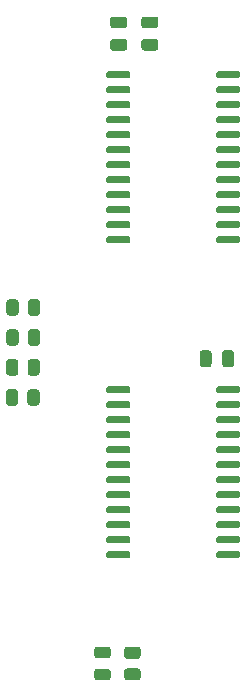
<source format=gtp>
G04 #@! TF.GenerationSoftware,KiCad,Pcbnew,6.0.6-3a73a75311~116~ubuntu22.04.1*
G04 #@! TF.CreationDate,2022-06-23T20:47:55-04:00*
G04 #@! TF.ProjectId,switch_mux_breakout,73776974-6368-45f6-9d75-785f62726561,0*
G04 #@! TF.SameCoordinates,Original*
G04 #@! TF.FileFunction,Paste,Top*
G04 #@! TF.FilePolarity,Positive*
%FSLAX46Y46*%
G04 Gerber Fmt 4.6, Leading zero omitted, Abs format (unit mm)*
G04 Created by KiCad (PCBNEW 6.0.6-3a73a75311~116~ubuntu22.04.1) date 2022-06-23 20:47:55*
%MOMM*%
%LPD*%
G01*
G04 APERTURE LIST*
G04 APERTURE END LIST*
G36*
G01*
X135552201Y-77330001D02*
X134602201Y-77330001D01*
G75*
G02*
X134352201Y-77080001I0J250000D01*
G01*
X134352201Y-76580001D01*
G75*
G02*
X134602201Y-76330001I250000J0D01*
G01*
X135552201Y-76330001D01*
G75*
G02*
X135802201Y-76580001I0J-250000D01*
G01*
X135802201Y-77080001D01*
G75*
G02*
X135552201Y-77330001I-250000J0D01*
G01*
G37*
G36*
G01*
X135552201Y-75430001D02*
X134602201Y-75430001D01*
G75*
G02*
X134352201Y-75180001I0J250000D01*
G01*
X134352201Y-74680001D01*
G75*
G02*
X134602201Y-74430001I250000J0D01*
G01*
X135552201Y-74430001D01*
G75*
G02*
X135802201Y-74680001I0J-250000D01*
G01*
X135802201Y-75180001D01*
G75*
G02*
X135552201Y-75430001I-250000J0D01*
G01*
G37*
G36*
G01*
X134161851Y-130634801D02*
X133249351Y-130634801D01*
G75*
G02*
X133005601Y-130391051I0J243750D01*
G01*
X133005601Y-129903551D01*
G75*
G02*
X133249351Y-129659801I243750J0D01*
G01*
X134161851Y-129659801D01*
G75*
G02*
X134405601Y-129903551I0J-243750D01*
G01*
X134405601Y-130391051D01*
G75*
G02*
X134161851Y-130634801I-243750J0D01*
G01*
G37*
G36*
G01*
X134161851Y-128759801D02*
X133249351Y-128759801D01*
G75*
G02*
X133005601Y-128516051I0J243750D01*
G01*
X133005601Y-128028551D01*
G75*
G02*
X133249351Y-127784801I243750J0D01*
G01*
X134161851Y-127784801D01*
G75*
G02*
X134405601Y-128028551I0J-243750D01*
G01*
X134405601Y-128516051D01*
G75*
G02*
X134161851Y-128759801I-243750J0D01*
G01*
G37*
G36*
G01*
X128425001Y-98610001D02*
X128425001Y-99510001D01*
G75*
G02*
X128175001Y-99760001I-250000J0D01*
G01*
X127650001Y-99760001D01*
G75*
G02*
X127400001Y-99510001I0J250000D01*
G01*
X127400001Y-98610001D01*
G75*
G02*
X127650001Y-98360001I250000J0D01*
G01*
X128175001Y-98360001D01*
G75*
G02*
X128425001Y-98610001I0J-250000D01*
G01*
G37*
G36*
G01*
X126600001Y-98610001D02*
X126600001Y-99510001D01*
G75*
G02*
X126350001Y-99760001I-250000J0D01*
G01*
X125825001Y-99760001D01*
G75*
G02*
X125575001Y-99510001I0J250000D01*
G01*
X125575001Y-98610001D01*
G75*
G02*
X125825001Y-98360001I250000J0D01*
G01*
X126350001Y-98360001D01*
G75*
G02*
X126600001Y-98610001I0J-250000D01*
G01*
G37*
G36*
G01*
X134025001Y-106195001D02*
X134025001Y-105895001D01*
G75*
G02*
X134175001Y-105745001I150000J0D01*
G01*
X135925001Y-105745001D01*
G75*
G02*
X136075001Y-105895001I0J-150000D01*
G01*
X136075001Y-106195001D01*
G75*
G02*
X135925001Y-106345001I-150000J0D01*
G01*
X134175001Y-106345001D01*
G75*
G02*
X134025001Y-106195001I0J150000D01*
G01*
G37*
G36*
G01*
X134025001Y-107465001D02*
X134025001Y-107165001D01*
G75*
G02*
X134175001Y-107015001I150000J0D01*
G01*
X135925001Y-107015001D01*
G75*
G02*
X136075001Y-107165001I0J-150000D01*
G01*
X136075001Y-107465001D01*
G75*
G02*
X135925001Y-107615001I-150000J0D01*
G01*
X134175001Y-107615001D01*
G75*
G02*
X134025001Y-107465001I0J150000D01*
G01*
G37*
G36*
G01*
X134025001Y-108735001D02*
X134025001Y-108435001D01*
G75*
G02*
X134175001Y-108285001I150000J0D01*
G01*
X135925001Y-108285001D01*
G75*
G02*
X136075001Y-108435001I0J-150000D01*
G01*
X136075001Y-108735001D01*
G75*
G02*
X135925001Y-108885001I-150000J0D01*
G01*
X134175001Y-108885001D01*
G75*
G02*
X134025001Y-108735001I0J150000D01*
G01*
G37*
G36*
G01*
X134025001Y-110005001D02*
X134025001Y-109705001D01*
G75*
G02*
X134175001Y-109555001I150000J0D01*
G01*
X135925001Y-109555001D01*
G75*
G02*
X136075001Y-109705001I0J-150000D01*
G01*
X136075001Y-110005001D01*
G75*
G02*
X135925001Y-110155001I-150000J0D01*
G01*
X134175001Y-110155001D01*
G75*
G02*
X134025001Y-110005001I0J150000D01*
G01*
G37*
G36*
G01*
X134025001Y-111275001D02*
X134025001Y-110975001D01*
G75*
G02*
X134175001Y-110825001I150000J0D01*
G01*
X135925001Y-110825001D01*
G75*
G02*
X136075001Y-110975001I0J-150000D01*
G01*
X136075001Y-111275001D01*
G75*
G02*
X135925001Y-111425001I-150000J0D01*
G01*
X134175001Y-111425001D01*
G75*
G02*
X134025001Y-111275001I0J150000D01*
G01*
G37*
G36*
G01*
X134025001Y-112545001D02*
X134025001Y-112245001D01*
G75*
G02*
X134175001Y-112095001I150000J0D01*
G01*
X135925001Y-112095001D01*
G75*
G02*
X136075001Y-112245001I0J-150000D01*
G01*
X136075001Y-112545001D01*
G75*
G02*
X135925001Y-112695001I-150000J0D01*
G01*
X134175001Y-112695001D01*
G75*
G02*
X134025001Y-112545001I0J150000D01*
G01*
G37*
G36*
G01*
X134025001Y-113815001D02*
X134025001Y-113515001D01*
G75*
G02*
X134175001Y-113365001I150000J0D01*
G01*
X135925001Y-113365001D01*
G75*
G02*
X136075001Y-113515001I0J-150000D01*
G01*
X136075001Y-113815001D01*
G75*
G02*
X135925001Y-113965001I-150000J0D01*
G01*
X134175001Y-113965001D01*
G75*
G02*
X134025001Y-113815001I0J150000D01*
G01*
G37*
G36*
G01*
X134025001Y-115085001D02*
X134025001Y-114785001D01*
G75*
G02*
X134175001Y-114635001I150000J0D01*
G01*
X135925001Y-114635001D01*
G75*
G02*
X136075001Y-114785001I0J-150000D01*
G01*
X136075001Y-115085001D01*
G75*
G02*
X135925001Y-115235001I-150000J0D01*
G01*
X134175001Y-115235001D01*
G75*
G02*
X134025001Y-115085001I0J150000D01*
G01*
G37*
G36*
G01*
X134025001Y-116355001D02*
X134025001Y-116055001D01*
G75*
G02*
X134175001Y-115905001I150000J0D01*
G01*
X135925001Y-115905001D01*
G75*
G02*
X136075001Y-116055001I0J-150000D01*
G01*
X136075001Y-116355001D01*
G75*
G02*
X135925001Y-116505001I-150000J0D01*
G01*
X134175001Y-116505001D01*
G75*
G02*
X134025001Y-116355001I0J150000D01*
G01*
G37*
G36*
G01*
X134025001Y-117625001D02*
X134025001Y-117325001D01*
G75*
G02*
X134175001Y-117175001I150000J0D01*
G01*
X135925001Y-117175001D01*
G75*
G02*
X136075001Y-117325001I0J-150000D01*
G01*
X136075001Y-117625001D01*
G75*
G02*
X135925001Y-117775001I-150000J0D01*
G01*
X134175001Y-117775001D01*
G75*
G02*
X134025001Y-117625001I0J150000D01*
G01*
G37*
G36*
G01*
X134025001Y-118895001D02*
X134025001Y-118595001D01*
G75*
G02*
X134175001Y-118445001I150000J0D01*
G01*
X135925001Y-118445001D01*
G75*
G02*
X136075001Y-118595001I0J-150000D01*
G01*
X136075001Y-118895001D01*
G75*
G02*
X135925001Y-119045001I-150000J0D01*
G01*
X134175001Y-119045001D01*
G75*
G02*
X134025001Y-118895001I0J150000D01*
G01*
G37*
G36*
G01*
X134025001Y-120165001D02*
X134025001Y-119865001D01*
G75*
G02*
X134175001Y-119715001I150000J0D01*
G01*
X135925001Y-119715001D01*
G75*
G02*
X136075001Y-119865001I0J-150000D01*
G01*
X136075001Y-120165001D01*
G75*
G02*
X135925001Y-120315001I-150000J0D01*
G01*
X134175001Y-120315001D01*
G75*
G02*
X134025001Y-120165001I0J150000D01*
G01*
G37*
G36*
G01*
X143325001Y-120165001D02*
X143325001Y-119865001D01*
G75*
G02*
X143475001Y-119715001I150000J0D01*
G01*
X145225001Y-119715001D01*
G75*
G02*
X145375001Y-119865001I0J-150000D01*
G01*
X145375001Y-120165001D01*
G75*
G02*
X145225001Y-120315001I-150000J0D01*
G01*
X143475001Y-120315001D01*
G75*
G02*
X143325001Y-120165001I0J150000D01*
G01*
G37*
G36*
G01*
X143325001Y-118895001D02*
X143325001Y-118595001D01*
G75*
G02*
X143475001Y-118445001I150000J0D01*
G01*
X145225001Y-118445001D01*
G75*
G02*
X145375001Y-118595001I0J-150000D01*
G01*
X145375001Y-118895001D01*
G75*
G02*
X145225001Y-119045001I-150000J0D01*
G01*
X143475001Y-119045001D01*
G75*
G02*
X143325001Y-118895001I0J150000D01*
G01*
G37*
G36*
G01*
X143325001Y-117625001D02*
X143325001Y-117325001D01*
G75*
G02*
X143475001Y-117175001I150000J0D01*
G01*
X145225001Y-117175001D01*
G75*
G02*
X145375001Y-117325001I0J-150000D01*
G01*
X145375001Y-117625001D01*
G75*
G02*
X145225001Y-117775001I-150000J0D01*
G01*
X143475001Y-117775001D01*
G75*
G02*
X143325001Y-117625001I0J150000D01*
G01*
G37*
G36*
G01*
X143325001Y-116355001D02*
X143325001Y-116055001D01*
G75*
G02*
X143475001Y-115905001I150000J0D01*
G01*
X145225001Y-115905001D01*
G75*
G02*
X145375001Y-116055001I0J-150000D01*
G01*
X145375001Y-116355001D01*
G75*
G02*
X145225001Y-116505001I-150000J0D01*
G01*
X143475001Y-116505001D01*
G75*
G02*
X143325001Y-116355001I0J150000D01*
G01*
G37*
G36*
G01*
X143325001Y-115085001D02*
X143325001Y-114785001D01*
G75*
G02*
X143475001Y-114635001I150000J0D01*
G01*
X145225001Y-114635001D01*
G75*
G02*
X145375001Y-114785001I0J-150000D01*
G01*
X145375001Y-115085001D01*
G75*
G02*
X145225001Y-115235001I-150000J0D01*
G01*
X143475001Y-115235001D01*
G75*
G02*
X143325001Y-115085001I0J150000D01*
G01*
G37*
G36*
G01*
X143325001Y-113815001D02*
X143325001Y-113515001D01*
G75*
G02*
X143475001Y-113365001I150000J0D01*
G01*
X145225001Y-113365001D01*
G75*
G02*
X145375001Y-113515001I0J-150000D01*
G01*
X145375001Y-113815001D01*
G75*
G02*
X145225001Y-113965001I-150000J0D01*
G01*
X143475001Y-113965001D01*
G75*
G02*
X143325001Y-113815001I0J150000D01*
G01*
G37*
G36*
G01*
X143325001Y-112545001D02*
X143325001Y-112245001D01*
G75*
G02*
X143475001Y-112095001I150000J0D01*
G01*
X145225001Y-112095001D01*
G75*
G02*
X145375001Y-112245001I0J-150000D01*
G01*
X145375001Y-112545001D01*
G75*
G02*
X145225001Y-112695001I-150000J0D01*
G01*
X143475001Y-112695001D01*
G75*
G02*
X143325001Y-112545001I0J150000D01*
G01*
G37*
G36*
G01*
X143325001Y-111275001D02*
X143325001Y-110975001D01*
G75*
G02*
X143475001Y-110825001I150000J0D01*
G01*
X145225001Y-110825001D01*
G75*
G02*
X145375001Y-110975001I0J-150000D01*
G01*
X145375001Y-111275001D01*
G75*
G02*
X145225001Y-111425001I-150000J0D01*
G01*
X143475001Y-111425001D01*
G75*
G02*
X143325001Y-111275001I0J150000D01*
G01*
G37*
G36*
G01*
X143325001Y-110005001D02*
X143325001Y-109705001D01*
G75*
G02*
X143475001Y-109555001I150000J0D01*
G01*
X145225001Y-109555001D01*
G75*
G02*
X145375001Y-109705001I0J-150000D01*
G01*
X145375001Y-110005001D01*
G75*
G02*
X145225001Y-110155001I-150000J0D01*
G01*
X143475001Y-110155001D01*
G75*
G02*
X143325001Y-110005001I0J150000D01*
G01*
G37*
G36*
G01*
X143325001Y-108735001D02*
X143325001Y-108435001D01*
G75*
G02*
X143475001Y-108285001I150000J0D01*
G01*
X145225001Y-108285001D01*
G75*
G02*
X145375001Y-108435001I0J-150000D01*
G01*
X145375001Y-108735001D01*
G75*
G02*
X145225001Y-108885001I-150000J0D01*
G01*
X143475001Y-108885001D01*
G75*
G02*
X143325001Y-108735001I0J150000D01*
G01*
G37*
G36*
G01*
X143325001Y-107465001D02*
X143325001Y-107165001D01*
G75*
G02*
X143475001Y-107015001I150000J0D01*
G01*
X145225001Y-107015001D01*
G75*
G02*
X145375001Y-107165001I0J-150000D01*
G01*
X145375001Y-107465001D01*
G75*
G02*
X145225001Y-107615001I-150000J0D01*
G01*
X143475001Y-107615001D01*
G75*
G02*
X143325001Y-107465001I0J150000D01*
G01*
G37*
G36*
G01*
X143325001Y-106195001D02*
X143325001Y-105895001D01*
G75*
G02*
X143475001Y-105745001I150000J0D01*
G01*
X145225001Y-105745001D01*
G75*
G02*
X145375001Y-105895001I0J-150000D01*
G01*
X145375001Y-106195001D01*
G75*
G02*
X145225001Y-106345001I-150000J0D01*
G01*
X143475001Y-106345001D01*
G75*
G02*
X143325001Y-106195001I0J150000D01*
G01*
G37*
G36*
G01*
X128425001Y-101150001D02*
X128425001Y-102050001D01*
G75*
G02*
X128175001Y-102300001I-250000J0D01*
G01*
X127650001Y-102300001D01*
G75*
G02*
X127400001Y-102050001I0J250000D01*
G01*
X127400001Y-101150001D01*
G75*
G02*
X127650001Y-100900001I250000J0D01*
G01*
X128175001Y-100900001D01*
G75*
G02*
X128425001Y-101150001I0J-250000D01*
G01*
G37*
G36*
G01*
X126600001Y-101150001D02*
X126600001Y-102050001D01*
G75*
G02*
X126350001Y-102300001I-250000J0D01*
G01*
X125825001Y-102300001D01*
G75*
G02*
X125575001Y-102050001I0J250000D01*
G01*
X125575001Y-101150001D01*
G75*
G02*
X125825001Y-100900001I250000J0D01*
G01*
X126350001Y-100900001D01*
G75*
G02*
X126600001Y-101150001I0J-250000D01*
G01*
G37*
G36*
G01*
X144843201Y-102928401D02*
X144843201Y-103878401D01*
G75*
G02*
X144593201Y-104128401I-250000J0D01*
G01*
X144093201Y-104128401D01*
G75*
G02*
X143843201Y-103878401I0J250000D01*
G01*
X143843201Y-102928401D01*
G75*
G02*
X144093201Y-102678401I250000J0D01*
G01*
X144593201Y-102678401D01*
G75*
G02*
X144843201Y-102928401I0J-250000D01*
G01*
G37*
G36*
G01*
X142943201Y-102928401D02*
X142943201Y-103878401D01*
G75*
G02*
X142693201Y-104128401I-250000J0D01*
G01*
X142193201Y-104128401D01*
G75*
G02*
X141943201Y-103878401I0J250000D01*
G01*
X141943201Y-102928401D01*
G75*
G02*
X142193201Y-102678401I250000J0D01*
G01*
X142693201Y-102678401D01*
G75*
G02*
X142943201Y-102928401I0J-250000D01*
G01*
G37*
G36*
G01*
X135795601Y-127787101D02*
X136695601Y-127787101D01*
G75*
G02*
X136945601Y-128037101I0J-250000D01*
G01*
X136945601Y-128562101D01*
G75*
G02*
X136695601Y-128812101I-250000J0D01*
G01*
X135795601Y-128812101D01*
G75*
G02*
X135545601Y-128562101I0J250000D01*
G01*
X135545601Y-128037101D01*
G75*
G02*
X135795601Y-127787101I250000J0D01*
G01*
G37*
G36*
G01*
X135795601Y-129612101D02*
X136695601Y-129612101D01*
G75*
G02*
X136945601Y-129862101I0J-250000D01*
G01*
X136945601Y-130387101D01*
G75*
G02*
X136695601Y-130637101I-250000J0D01*
G01*
X135795601Y-130637101D01*
G75*
G02*
X135545601Y-130387101I0J250000D01*
G01*
X135545601Y-129862101D01*
G75*
G02*
X135795601Y-129612101I250000J0D01*
G01*
G37*
G36*
G01*
X128378001Y-106230001D02*
X128378001Y-107130001D01*
G75*
G02*
X128128001Y-107380001I-250000J0D01*
G01*
X127603001Y-107380001D01*
G75*
G02*
X127353001Y-107130001I0J250000D01*
G01*
X127353001Y-106230001D01*
G75*
G02*
X127603001Y-105980001I250000J0D01*
G01*
X128128001Y-105980001D01*
G75*
G02*
X128378001Y-106230001I0J-250000D01*
G01*
G37*
G36*
G01*
X126553001Y-106230001D02*
X126553001Y-107130001D01*
G75*
G02*
X126303001Y-107380001I-250000J0D01*
G01*
X125778001Y-107380001D01*
G75*
G02*
X125528001Y-107130001I0J250000D01*
G01*
X125528001Y-106230001D01*
G75*
G02*
X125778001Y-105980001I250000J0D01*
G01*
X126303001Y-105980001D01*
G75*
G02*
X126553001Y-106230001I0J-250000D01*
G01*
G37*
G36*
G01*
X138193801Y-77330001D02*
X137243801Y-77330001D01*
G75*
G02*
X136993801Y-77080001I0J250000D01*
G01*
X136993801Y-76580001D01*
G75*
G02*
X137243801Y-76330001I250000J0D01*
G01*
X138193801Y-76330001D01*
G75*
G02*
X138443801Y-76580001I0J-250000D01*
G01*
X138443801Y-77080001D01*
G75*
G02*
X138193801Y-77330001I-250000J0D01*
G01*
G37*
G36*
G01*
X138193801Y-75430001D02*
X137243801Y-75430001D01*
G75*
G02*
X136993801Y-75180001I0J250000D01*
G01*
X136993801Y-74680001D01*
G75*
G02*
X137243801Y-74430001I250000J0D01*
G01*
X138193801Y-74430001D01*
G75*
G02*
X138443801Y-74680001I0J-250000D01*
G01*
X138443801Y-75180001D01*
G75*
G02*
X138193801Y-75430001I-250000J0D01*
G01*
G37*
G36*
G01*
X128401501Y-103690001D02*
X128401501Y-104590001D01*
G75*
G02*
X128151501Y-104840001I-250000J0D01*
G01*
X127626501Y-104840001D01*
G75*
G02*
X127376501Y-104590001I0J250000D01*
G01*
X127376501Y-103690001D01*
G75*
G02*
X127626501Y-103440001I250000J0D01*
G01*
X128151501Y-103440001D01*
G75*
G02*
X128401501Y-103690001I0J-250000D01*
G01*
G37*
G36*
G01*
X126576501Y-103690001D02*
X126576501Y-104590001D01*
G75*
G02*
X126326501Y-104840001I-250000J0D01*
G01*
X125801501Y-104840001D01*
G75*
G02*
X125551501Y-104590001I0J250000D01*
G01*
X125551501Y-103690001D01*
G75*
G02*
X125801501Y-103440001I250000J0D01*
G01*
X126326501Y-103440001D01*
G75*
G02*
X126576501Y-103690001I0J-250000D01*
G01*
G37*
G36*
G01*
X134025001Y-79525001D02*
X134025001Y-79225001D01*
G75*
G02*
X134175001Y-79075001I150000J0D01*
G01*
X135925001Y-79075001D01*
G75*
G02*
X136075001Y-79225001I0J-150000D01*
G01*
X136075001Y-79525001D01*
G75*
G02*
X135925001Y-79675001I-150000J0D01*
G01*
X134175001Y-79675001D01*
G75*
G02*
X134025001Y-79525001I0J150000D01*
G01*
G37*
G36*
G01*
X134025001Y-80795001D02*
X134025001Y-80495001D01*
G75*
G02*
X134175001Y-80345001I150000J0D01*
G01*
X135925001Y-80345001D01*
G75*
G02*
X136075001Y-80495001I0J-150000D01*
G01*
X136075001Y-80795001D01*
G75*
G02*
X135925001Y-80945001I-150000J0D01*
G01*
X134175001Y-80945001D01*
G75*
G02*
X134025001Y-80795001I0J150000D01*
G01*
G37*
G36*
G01*
X134025001Y-82065001D02*
X134025001Y-81765001D01*
G75*
G02*
X134175001Y-81615001I150000J0D01*
G01*
X135925001Y-81615001D01*
G75*
G02*
X136075001Y-81765001I0J-150000D01*
G01*
X136075001Y-82065001D01*
G75*
G02*
X135925001Y-82215001I-150000J0D01*
G01*
X134175001Y-82215001D01*
G75*
G02*
X134025001Y-82065001I0J150000D01*
G01*
G37*
G36*
G01*
X134025001Y-83335001D02*
X134025001Y-83035001D01*
G75*
G02*
X134175001Y-82885001I150000J0D01*
G01*
X135925001Y-82885001D01*
G75*
G02*
X136075001Y-83035001I0J-150000D01*
G01*
X136075001Y-83335001D01*
G75*
G02*
X135925001Y-83485001I-150000J0D01*
G01*
X134175001Y-83485001D01*
G75*
G02*
X134025001Y-83335001I0J150000D01*
G01*
G37*
G36*
G01*
X134025001Y-84605001D02*
X134025001Y-84305001D01*
G75*
G02*
X134175001Y-84155001I150000J0D01*
G01*
X135925001Y-84155001D01*
G75*
G02*
X136075001Y-84305001I0J-150000D01*
G01*
X136075001Y-84605001D01*
G75*
G02*
X135925001Y-84755001I-150000J0D01*
G01*
X134175001Y-84755001D01*
G75*
G02*
X134025001Y-84605001I0J150000D01*
G01*
G37*
G36*
G01*
X134025001Y-85875001D02*
X134025001Y-85575001D01*
G75*
G02*
X134175001Y-85425001I150000J0D01*
G01*
X135925001Y-85425001D01*
G75*
G02*
X136075001Y-85575001I0J-150000D01*
G01*
X136075001Y-85875001D01*
G75*
G02*
X135925001Y-86025001I-150000J0D01*
G01*
X134175001Y-86025001D01*
G75*
G02*
X134025001Y-85875001I0J150000D01*
G01*
G37*
G36*
G01*
X134025001Y-87145001D02*
X134025001Y-86845001D01*
G75*
G02*
X134175001Y-86695001I150000J0D01*
G01*
X135925001Y-86695001D01*
G75*
G02*
X136075001Y-86845001I0J-150000D01*
G01*
X136075001Y-87145001D01*
G75*
G02*
X135925001Y-87295001I-150000J0D01*
G01*
X134175001Y-87295001D01*
G75*
G02*
X134025001Y-87145001I0J150000D01*
G01*
G37*
G36*
G01*
X134025001Y-88415001D02*
X134025001Y-88115001D01*
G75*
G02*
X134175001Y-87965001I150000J0D01*
G01*
X135925001Y-87965001D01*
G75*
G02*
X136075001Y-88115001I0J-150000D01*
G01*
X136075001Y-88415001D01*
G75*
G02*
X135925001Y-88565001I-150000J0D01*
G01*
X134175001Y-88565001D01*
G75*
G02*
X134025001Y-88415001I0J150000D01*
G01*
G37*
G36*
G01*
X134025001Y-89685001D02*
X134025001Y-89385001D01*
G75*
G02*
X134175001Y-89235001I150000J0D01*
G01*
X135925001Y-89235001D01*
G75*
G02*
X136075001Y-89385001I0J-150000D01*
G01*
X136075001Y-89685001D01*
G75*
G02*
X135925001Y-89835001I-150000J0D01*
G01*
X134175001Y-89835001D01*
G75*
G02*
X134025001Y-89685001I0J150000D01*
G01*
G37*
G36*
G01*
X134025001Y-90955001D02*
X134025001Y-90655001D01*
G75*
G02*
X134175001Y-90505001I150000J0D01*
G01*
X135925001Y-90505001D01*
G75*
G02*
X136075001Y-90655001I0J-150000D01*
G01*
X136075001Y-90955001D01*
G75*
G02*
X135925001Y-91105001I-150000J0D01*
G01*
X134175001Y-91105001D01*
G75*
G02*
X134025001Y-90955001I0J150000D01*
G01*
G37*
G36*
G01*
X134025001Y-92225001D02*
X134025001Y-91925001D01*
G75*
G02*
X134175001Y-91775001I150000J0D01*
G01*
X135925001Y-91775001D01*
G75*
G02*
X136075001Y-91925001I0J-150000D01*
G01*
X136075001Y-92225001D01*
G75*
G02*
X135925001Y-92375001I-150000J0D01*
G01*
X134175001Y-92375001D01*
G75*
G02*
X134025001Y-92225001I0J150000D01*
G01*
G37*
G36*
G01*
X134025001Y-93495001D02*
X134025001Y-93195001D01*
G75*
G02*
X134175001Y-93045001I150000J0D01*
G01*
X135925001Y-93045001D01*
G75*
G02*
X136075001Y-93195001I0J-150000D01*
G01*
X136075001Y-93495001D01*
G75*
G02*
X135925001Y-93645001I-150000J0D01*
G01*
X134175001Y-93645001D01*
G75*
G02*
X134025001Y-93495001I0J150000D01*
G01*
G37*
G36*
G01*
X143325001Y-93495001D02*
X143325001Y-93195001D01*
G75*
G02*
X143475001Y-93045001I150000J0D01*
G01*
X145225001Y-93045001D01*
G75*
G02*
X145375001Y-93195001I0J-150000D01*
G01*
X145375001Y-93495001D01*
G75*
G02*
X145225001Y-93645001I-150000J0D01*
G01*
X143475001Y-93645001D01*
G75*
G02*
X143325001Y-93495001I0J150000D01*
G01*
G37*
G36*
G01*
X143325001Y-92225001D02*
X143325001Y-91925001D01*
G75*
G02*
X143475001Y-91775001I150000J0D01*
G01*
X145225001Y-91775001D01*
G75*
G02*
X145375001Y-91925001I0J-150000D01*
G01*
X145375001Y-92225001D01*
G75*
G02*
X145225001Y-92375001I-150000J0D01*
G01*
X143475001Y-92375001D01*
G75*
G02*
X143325001Y-92225001I0J150000D01*
G01*
G37*
G36*
G01*
X143325001Y-90955001D02*
X143325001Y-90655001D01*
G75*
G02*
X143475001Y-90505001I150000J0D01*
G01*
X145225001Y-90505001D01*
G75*
G02*
X145375001Y-90655001I0J-150000D01*
G01*
X145375001Y-90955001D01*
G75*
G02*
X145225001Y-91105001I-150000J0D01*
G01*
X143475001Y-91105001D01*
G75*
G02*
X143325001Y-90955001I0J150000D01*
G01*
G37*
G36*
G01*
X143325001Y-89685001D02*
X143325001Y-89385001D01*
G75*
G02*
X143475001Y-89235001I150000J0D01*
G01*
X145225001Y-89235001D01*
G75*
G02*
X145375001Y-89385001I0J-150000D01*
G01*
X145375001Y-89685001D01*
G75*
G02*
X145225001Y-89835001I-150000J0D01*
G01*
X143475001Y-89835001D01*
G75*
G02*
X143325001Y-89685001I0J150000D01*
G01*
G37*
G36*
G01*
X143325001Y-88415001D02*
X143325001Y-88115001D01*
G75*
G02*
X143475001Y-87965001I150000J0D01*
G01*
X145225001Y-87965001D01*
G75*
G02*
X145375001Y-88115001I0J-150000D01*
G01*
X145375001Y-88415001D01*
G75*
G02*
X145225001Y-88565001I-150000J0D01*
G01*
X143475001Y-88565001D01*
G75*
G02*
X143325001Y-88415001I0J150000D01*
G01*
G37*
G36*
G01*
X143325001Y-87145001D02*
X143325001Y-86845001D01*
G75*
G02*
X143475001Y-86695001I150000J0D01*
G01*
X145225001Y-86695001D01*
G75*
G02*
X145375001Y-86845001I0J-150000D01*
G01*
X145375001Y-87145001D01*
G75*
G02*
X145225001Y-87295001I-150000J0D01*
G01*
X143475001Y-87295001D01*
G75*
G02*
X143325001Y-87145001I0J150000D01*
G01*
G37*
G36*
G01*
X143325001Y-85875001D02*
X143325001Y-85575001D01*
G75*
G02*
X143475001Y-85425001I150000J0D01*
G01*
X145225001Y-85425001D01*
G75*
G02*
X145375001Y-85575001I0J-150000D01*
G01*
X145375001Y-85875001D01*
G75*
G02*
X145225001Y-86025001I-150000J0D01*
G01*
X143475001Y-86025001D01*
G75*
G02*
X143325001Y-85875001I0J150000D01*
G01*
G37*
G36*
G01*
X143325001Y-84605001D02*
X143325001Y-84305001D01*
G75*
G02*
X143475001Y-84155001I150000J0D01*
G01*
X145225001Y-84155001D01*
G75*
G02*
X145375001Y-84305001I0J-150000D01*
G01*
X145375001Y-84605001D01*
G75*
G02*
X145225001Y-84755001I-150000J0D01*
G01*
X143475001Y-84755001D01*
G75*
G02*
X143325001Y-84605001I0J150000D01*
G01*
G37*
G36*
G01*
X143325001Y-83335001D02*
X143325001Y-83035001D01*
G75*
G02*
X143475001Y-82885001I150000J0D01*
G01*
X145225001Y-82885001D01*
G75*
G02*
X145375001Y-83035001I0J-150000D01*
G01*
X145375001Y-83335001D01*
G75*
G02*
X145225001Y-83485001I-150000J0D01*
G01*
X143475001Y-83485001D01*
G75*
G02*
X143325001Y-83335001I0J150000D01*
G01*
G37*
G36*
G01*
X143325001Y-82065001D02*
X143325001Y-81765001D01*
G75*
G02*
X143475001Y-81615001I150000J0D01*
G01*
X145225001Y-81615001D01*
G75*
G02*
X145375001Y-81765001I0J-150000D01*
G01*
X145375001Y-82065001D01*
G75*
G02*
X145225001Y-82215001I-150000J0D01*
G01*
X143475001Y-82215001D01*
G75*
G02*
X143325001Y-82065001I0J150000D01*
G01*
G37*
G36*
G01*
X143325001Y-80795001D02*
X143325001Y-80495001D01*
G75*
G02*
X143475001Y-80345001I150000J0D01*
G01*
X145225001Y-80345001D01*
G75*
G02*
X145375001Y-80495001I0J-150000D01*
G01*
X145375001Y-80795001D01*
G75*
G02*
X145225001Y-80945001I-150000J0D01*
G01*
X143475001Y-80945001D01*
G75*
G02*
X143325001Y-80795001I0J150000D01*
G01*
G37*
G36*
G01*
X143325001Y-79525001D02*
X143325001Y-79225001D01*
G75*
G02*
X143475001Y-79075001I150000J0D01*
G01*
X145225001Y-79075001D01*
G75*
G02*
X145375001Y-79225001I0J-150000D01*
G01*
X145375001Y-79525001D01*
G75*
G02*
X145225001Y-79675001I-150000J0D01*
G01*
X143475001Y-79675001D01*
G75*
G02*
X143325001Y-79525001I0J150000D01*
G01*
G37*
M02*

</source>
